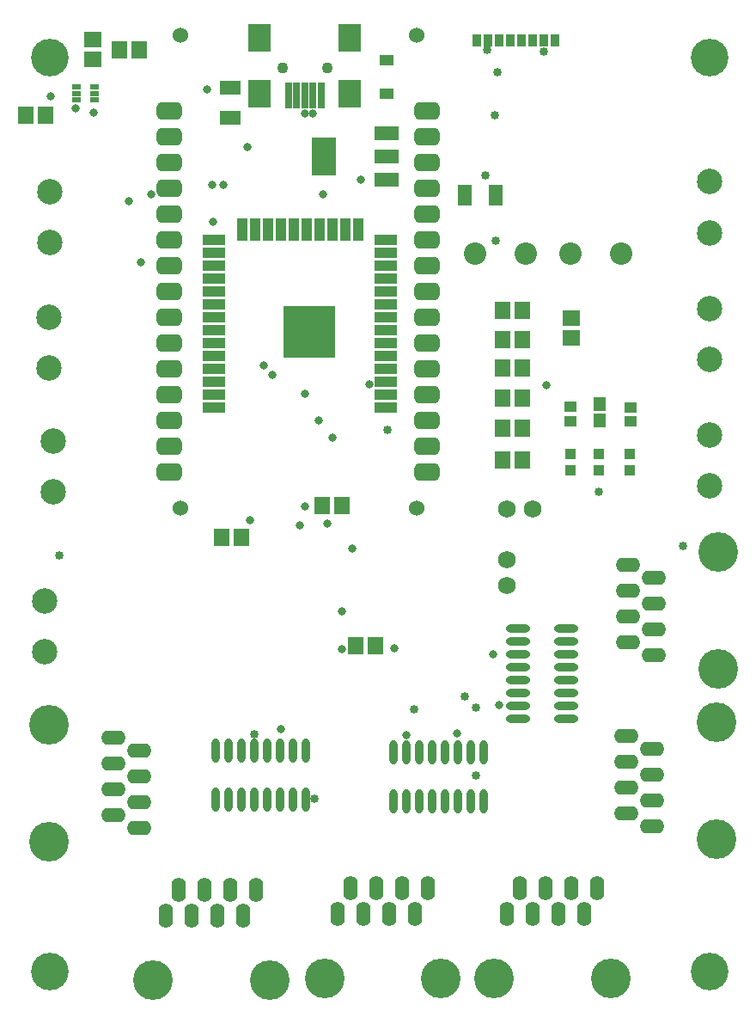
<source format=gts>
G04*
G04 #@! TF.GenerationSoftware,Altium Limited,CircuitMaker,2.2.0 (2.2.0.5)*
G04*
G04 Layer_Color=20142*
%FSLAX24Y24*%
%MOIN*%
G70*
G04*
G04 #@! TF.SameCoordinates,7AF7A03E-A370-4C74-A711-71AC0677D318*
G04*
G04*
G04 #@! TF.FilePolarity,Negative*
G04*
G01*
G75*
%ADD17R,0.0789X0.0533*%
%ADD18R,0.0611X0.0690*%
%ADD19R,0.0493X0.0434*%
%ADD20R,0.0493X0.0533*%
%ADD21R,0.0415X0.0415*%
%ADD22R,0.0560X0.0438*%
%ADD23O,0.0946X0.0316*%
%ADD24O,0.0316X0.0946*%
%ADD25R,0.0960X0.0560*%
%ADD26R,0.0950X0.1500*%
%ADD27R,0.0690X0.0611*%
%ADD28R,0.2049X0.2049*%
%ADD29R,0.0434X0.0867*%
%ADD30R,0.0867X0.0434*%
%ADD31R,0.0277X0.0986*%
%ADD32R,0.0867X0.1064*%
%ADD33R,0.0356X0.0454*%
%ADD34R,0.0533X0.0789*%
%ADD35R,0.0340X0.0198*%
%ADD36C,0.0986*%
%ADD37O,0.0946X0.0552*%
%ADD38C,0.1537*%
G04:AMPARAMS|DCode=39|XSize=68mil|YSize=98mil|CornerRadius=19mil|HoleSize=0mil|Usage=FLASHONLY|Rotation=270.000|XOffset=0mil|YOffset=0mil|HoleType=Round|Shape=RoundedRectangle|*
%AMROUNDEDRECTD39*
21,1,0.0680,0.0600,0,0,270.0*
21,1,0.0300,0.0980,0,0,270.0*
1,1,0.0380,-0.0300,-0.0150*
1,1,0.0380,-0.0300,0.0150*
1,1,0.0380,0.0300,0.0150*
1,1,0.0380,0.0300,-0.0150*
%
%ADD39ROUNDEDRECTD39*%
%ADD40C,0.0600*%
%ADD41C,0.0867*%
%ADD42C,0.1080*%
%ADD43C,0.0434*%
%ADD44O,0.0552X0.0946*%
%ADD45C,0.0680*%
%ADD46C,0.0320*%
%ADD47C,0.0336*%
%ADD48C,0.1458*%
D17*
X18819Y44921D02*
D03*
Y46102D02*
D03*
D18*
X24439Y24449D02*
D03*
X23671D02*
D03*
X23140Y29882D02*
D03*
X22372D02*
D03*
X30148Y31654D02*
D03*
X29380D02*
D03*
X30148Y32874D02*
D03*
X29380D02*
D03*
X30148Y34055D02*
D03*
X29380D02*
D03*
X30148Y35236D02*
D03*
X29380D02*
D03*
X30148Y36339D02*
D03*
X29380D02*
D03*
X30148Y37441D02*
D03*
X29380D02*
D03*
X14498Y47559D02*
D03*
X15266D02*
D03*
X18474Y28661D02*
D03*
X19242D02*
D03*
X10876Y45039D02*
D03*
X11644D02*
D03*
D19*
X32008Y33140D02*
D03*
Y33711D02*
D03*
X34331Y33159D02*
D03*
Y33691D02*
D03*
D20*
X33150Y33829D02*
D03*
Y33179D02*
D03*
D21*
X34291Y31260D02*
D03*
Y31890D02*
D03*
X33110Y31260D02*
D03*
Y31890D02*
D03*
X32008Y31260D02*
D03*
Y31890D02*
D03*
D22*
X24882Y45850D02*
D03*
Y47142D02*
D03*
D23*
X31850Y21636D02*
D03*
Y22136D02*
D03*
Y22636D02*
D03*
Y23136D02*
D03*
Y23636D02*
D03*
Y24136D02*
D03*
Y24636D02*
D03*
Y25136D02*
D03*
X29961Y21636D02*
D03*
Y22136D02*
D03*
Y22636D02*
D03*
Y23136D02*
D03*
Y23636D02*
D03*
Y24136D02*
D03*
Y24636D02*
D03*
Y25136D02*
D03*
D24*
X25140Y18425D02*
D03*
X25640D02*
D03*
X26140D02*
D03*
X26640D02*
D03*
X27140D02*
D03*
X27640D02*
D03*
X28140D02*
D03*
X28640D02*
D03*
X25140Y20315D02*
D03*
X25640D02*
D03*
X26140D02*
D03*
X26640D02*
D03*
X27140D02*
D03*
X27640D02*
D03*
X28140D02*
D03*
X28640D02*
D03*
X18250Y18504D02*
D03*
X18750D02*
D03*
X19250D02*
D03*
X19750D02*
D03*
X20250D02*
D03*
X20750D02*
D03*
X21250D02*
D03*
X21750D02*
D03*
X18250Y20394D02*
D03*
X18750D02*
D03*
X19250D02*
D03*
X19750D02*
D03*
X20250D02*
D03*
X20750D02*
D03*
X21250D02*
D03*
X21750D02*
D03*
D25*
X24881Y42515D02*
D03*
Y43425D02*
D03*
Y44335D02*
D03*
D26*
X22431Y43425D02*
D03*
D27*
X32047Y37156D02*
D03*
Y36388D02*
D03*
X13465Y47175D02*
D03*
Y47943D02*
D03*
D28*
X21884Y36632D02*
D03*
D29*
X19257Y40576D02*
D03*
X23757D02*
D03*
X23257Y40582D02*
D03*
X22757Y40576D02*
D03*
X22257D02*
D03*
X21757D02*
D03*
X21257D02*
D03*
X20757D02*
D03*
X20257D02*
D03*
X19757D02*
D03*
D30*
X18161Y40182D02*
D03*
Y33682D02*
D03*
Y34182D02*
D03*
Y34682D02*
D03*
Y35182D02*
D03*
Y35682D02*
D03*
Y36182D02*
D03*
Y36682D02*
D03*
Y37182D02*
D03*
Y37682D02*
D03*
Y38182D02*
D03*
Y38682D02*
D03*
Y39182D02*
D03*
Y39682D02*
D03*
X24854D02*
D03*
Y39182D02*
D03*
Y38682D02*
D03*
Y38182D02*
D03*
Y37682D02*
D03*
Y37182D02*
D03*
Y36682D02*
D03*
Y36182D02*
D03*
Y35682D02*
D03*
Y35182D02*
D03*
Y34682D02*
D03*
Y34182D02*
D03*
Y33682D02*
D03*
Y40182D02*
D03*
D31*
X22323Y45787D02*
D03*
X21378D02*
D03*
X21063D02*
D03*
X22008D02*
D03*
X21693D02*
D03*
D32*
X23445Y45866D02*
D03*
X19941D02*
D03*
X23445Y48032D02*
D03*
X19941D02*
D03*
D33*
X28386Y47913D02*
D03*
X28819D02*
D03*
X29252D02*
D03*
X29685D02*
D03*
X30118D02*
D03*
X30551D02*
D03*
X30984D02*
D03*
X31417D02*
D03*
D34*
X27913Y41929D02*
D03*
X29094D02*
D03*
D35*
X12827Y46122D02*
D03*
Y45866D02*
D03*
Y45610D02*
D03*
X13551D02*
D03*
Y45866D02*
D03*
Y46122D02*
D03*
D36*
X11929Y30433D02*
D03*
Y32402D02*
D03*
X37402Y32638D02*
D03*
Y30669D02*
D03*
X11772Y37205D02*
D03*
Y35236D02*
D03*
X11811Y42047D02*
D03*
Y40079D02*
D03*
X37402Y35551D02*
D03*
Y37520D02*
D03*
Y40472D02*
D03*
Y42441D02*
D03*
X11614Y24213D02*
D03*
Y26181D02*
D03*
D37*
X15280Y20384D02*
D03*
Y19384D02*
D03*
Y17384D02*
D03*
Y18384D02*
D03*
X14280Y17884D02*
D03*
Y18884D02*
D03*
Y20884D02*
D03*
Y19884D02*
D03*
X35248Y25077D02*
D03*
Y24077D02*
D03*
Y26077D02*
D03*
Y27077D02*
D03*
X34248Y26577D02*
D03*
Y27577D02*
D03*
Y25577D02*
D03*
Y24577D02*
D03*
X35169Y18463D02*
D03*
Y17463D02*
D03*
Y19463D02*
D03*
Y20463D02*
D03*
X34169Y19963D02*
D03*
Y20963D02*
D03*
Y18963D02*
D03*
Y17963D02*
D03*
D38*
X11780Y16870D02*
D03*
Y21398D02*
D03*
X37748Y23563D02*
D03*
Y28091D02*
D03*
X37669Y16949D02*
D03*
Y21476D02*
D03*
X29035Y11543D02*
D03*
X33563D02*
D03*
X22461D02*
D03*
X26988D02*
D03*
X15807Y11504D02*
D03*
X20335D02*
D03*
D39*
X16454Y31182D02*
D03*
Y32182D02*
D03*
Y33182D02*
D03*
Y34182D02*
D03*
Y35182D02*
D03*
Y36182D02*
D03*
Y37182D02*
D03*
Y38182D02*
D03*
Y39182D02*
D03*
Y40182D02*
D03*
Y41182D02*
D03*
Y42182D02*
D03*
Y43182D02*
D03*
Y45182D02*
D03*
X26454Y31182D02*
D03*
Y32182D02*
D03*
Y33182D02*
D03*
Y34182D02*
D03*
Y35182D02*
D03*
Y36182D02*
D03*
Y37182D02*
D03*
Y38182D02*
D03*
Y39182D02*
D03*
Y40182D02*
D03*
Y41182D02*
D03*
Y42182D02*
D03*
Y43182D02*
D03*
Y44182D02*
D03*
Y45182D02*
D03*
X16454Y44182D02*
D03*
D40*
X16856Y48135D02*
D03*
X26052D02*
D03*
Y29804D02*
D03*
X16856D02*
D03*
D41*
X32007Y39661D02*
D03*
X33977Y39646D02*
D03*
X28306Y39661D02*
D03*
X30276Y39646D02*
D03*
D42*
X21884Y36632D02*
D03*
D43*
X20827Y46870D02*
D03*
X22559D02*
D03*
D44*
X30549Y14043D02*
D03*
X29549D02*
D03*
X31549D02*
D03*
X32549D02*
D03*
X32049Y15043D02*
D03*
X33049D02*
D03*
X31049D02*
D03*
X30049D02*
D03*
X23974Y14043D02*
D03*
X22974D02*
D03*
X24974D02*
D03*
X25974D02*
D03*
X25474Y15043D02*
D03*
X26474D02*
D03*
X24474D02*
D03*
X23474D02*
D03*
X17321Y14004D02*
D03*
X16321D02*
D03*
X18321D02*
D03*
X19321D02*
D03*
X18821Y15004D02*
D03*
X19821D02*
D03*
X17821D02*
D03*
X16821D02*
D03*
D45*
X29528Y27783D02*
D03*
Y26783D02*
D03*
X30539Y29764D02*
D03*
X29539D02*
D03*
D46*
X23150Y25787D02*
D03*
X23543Y28209D02*
D03*
X21496Y29134D02*
D03*
X25157Y24370D02*
D03*
X11850Y45748D02*
D03*
X22008Y45079D02*
D03*
X21693D02*
D03*
X23885Y42515D02*
D03*
X23583Y45591D02*
D03*
X17913Y46024D02*
D03*
X18110Y42323D02*
D03*
X18543D02*
D03*
X19488Y43780D02*
D03*
X15354Y39331D02*
D03*
X15748Y41968D02*
D03*
X14882Y41693D02*
D03*
X22402Y41968D02*
D03*
X22559Y29173D02*
D03*
X21693Y34213D02*
D03*
X22756Y32520D02*
D03*
X22244Y33189D02*
D03*
X25630Y20984D02*
D03*
X29252Y22165D02*
D03*
X18150Y40906D02*
D03*
X12795Y45276D02*
D03*
X13504Y45118D02*
D03*
X20118Y35315D02*
D03*
X20433Y34961D02*
D03*
X31063Y34567D02*
D03*
X24213Y34606D02*
D03*
X23150Y24331D02*
D03*
X21693Y29843D02*
D03*
X27598Y21063D02*
D03*
X20787Y21220D02*
D03*
X29016Y24134D02*
D03*
X19567Y29331D02*
D03*
D47*
X12165Y27953D02*
D03*
X36378Y28307D02*
D03*
X33110Y30433D02*
D03*
X24920Y32810D02*
D03*
X28330Y19430D02*
D03*
Y22060D02*
D03*
X27910Y22480D02*
D03*
X25940Y21990D02*
D03*
X22060Y18530D02*
D03*
X19750Y21010D02*
D03*
X29094Y40160D02*
D03*
X29055Y45039D02*
D03*
X28780Y47559D02*
D03*
X29173Y46693D02*
D03*
X30984Y47480D02*
D03*
X28701Y42677D02*
D03*
D48*
X11811Y11811D02*
D03*
X37402D02*
D03*
X11811Y47244D02*
D03*
X37402D02*
D03*
M02*

</source>
